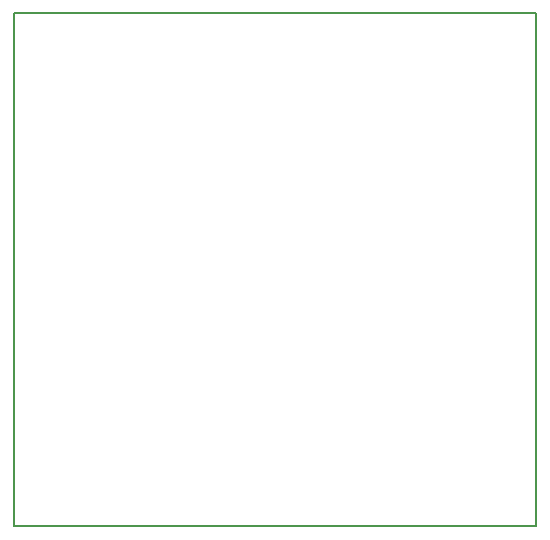
<source format=gbr>
G04 #@! TF.FileFunction,Profile,NP*
%FSLAX46Y46*%
G04 Gerber Fmt 4.6, Leading zero omitted, Abs format (unit mm)*
G04 Created by KiCad (PCBNEW 4.0.2-stable) date 8/25/2016 6:13:52 PM*
%MOMM*%
G01*
G04 APERTURE LIST*
%ADD10C,0.100000*%
%ADD11C,0.150000*%
G04 APERTURE END LIST*
D10*
D11*
X112522000Y-109728000D02*
X112776000Y-109728000D01*
X112522000Y-66294000D02*
X112522000Y-109728000D01*
X156718000Y-109728000D02*
X112776000Y-109728000D01*
X156718000Y-66294000D02*
X156718000Y-109728000D01*
X112522000Y-66294000D02*
X156718000Y-66294000D01*
M02*

</source>
